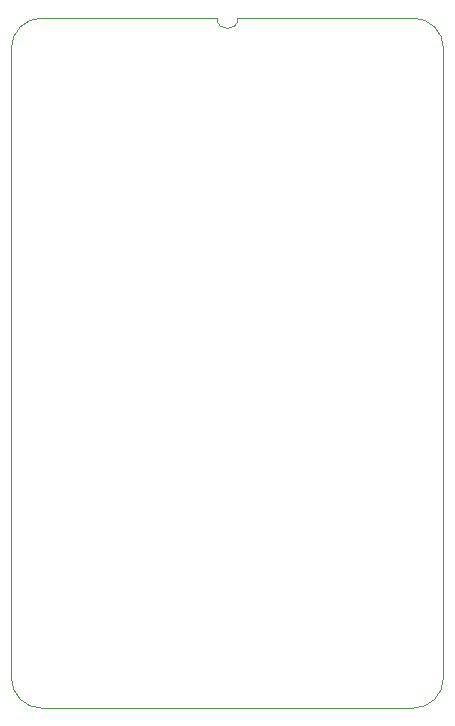
<source format=gm1>
%TF.GenerationSoftware,KiCad,Pcbnew,8.0.4*%
%TF.CreationDate,2024-08-13T15:08:39+02:00*%
%TF.ProjectId,SD Card Full Socket,53442043-6172-4642-9046-756c6c20536f,V1*%
%TF.SameCoordinates,PX6d01460PY32de760*%
%TF.FileFunction,Profile,NP*%
%FSLAX46Y46*%
G04 Gerber Fmt 4.6, Leading zero omitted, Abs format (unit mm)*
G04 Created by KiCad (PCBNEW 8.0.4) date 2024-08-13 15:08:39*
%MOMM*%
%LPD*%
G01*
G04 APERTURE LIST*
%TA.AperFunction,Profile*%
%ADD10C,0.100000*%
%TD*%
G04 APERTURE END LIST*
D10*
X-1778000Y2540000D02*
G75*
G02*
X762000Y5080000I2540000J0D01*
G01*
X32258000Y-53340000D02*
X762000Y-53340000D01*
X32258000Y5080000D02*
X17399000Y5080000D01*
X17399000Y5080000D02*
G75*
G02*
X15621000Y5080000I-889000J0D01*
G01*
X34798000Y-50800000D02*
X34798000Y2540000D01*
X32258000Y5080000D02*
G75*
G02*
X34798000Y2540000I-100J-2540100D01*
G01*
X15621000Y5080000D02*
X762000Y5080000D01*
X762000Y-53340000D02*
G75*
G02*
X-1778000Y-50800000I0J2540000D01*
G01*
X34798000Y-50800000D02*
G75*
G02*
X32258000Y-53340000I-2540000J0D01*
G01*
X-1778000Y-50800000D02*
X-1778000Y2540000D01*
M02*

</source>
